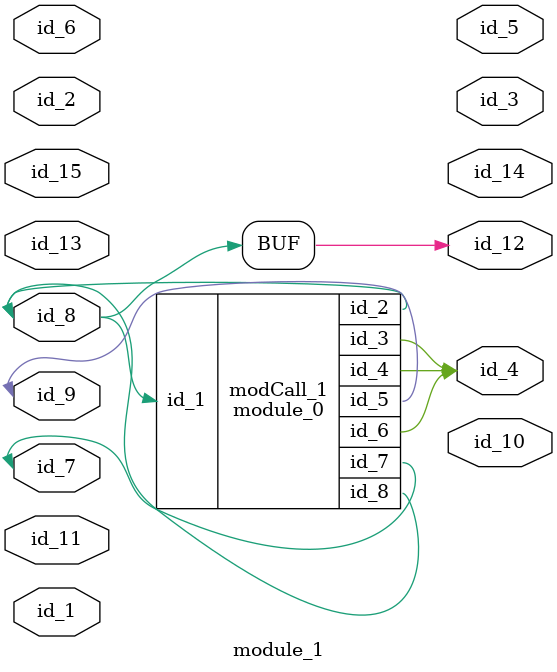
<source format=v>
module module_0 (
    id_1,
    id_2,
    id_3,
    id_4,
    id_5,
    id_6,
    id_7,
    id_8
);
  inout wire id_8;
  inout wire id_7;
  output wire id_6;
  output wire id_5;
  output wire id_4;
  output wire id_3;
  output wire id_2;
  input wire id_1;
  wire id_9;
endmodule
module module_1 (
    id_1,
    id_2,
    id_3,
    id_4,
    id_5,
    id_6,
    id_7,
    id_8,
    id_9,
    id_10,
    id_11,
    id_12,
    id_13,
    id_14,
    id_15
);
  inout wire id_15;
  output wire id_14;
  input wire id_13;
  output wire id_12;
  inout wire id_11;
  output wire id_10;
  inout wire id_9;
  inout wire id_8;
  inout wire id_7;
  input wire id_6;
  output wire id_5;
  output wire id_4;
  output wire id_3;
  input wire id_2;
  input wire id_1;
  assign id_12 = id_8;
  module_0 modCall_1 (
      id_8,
      id_12,
      id_4,
      id_4,
      id_9,
      id_4,
      id_7,
      id_8
  );
endmodule

</source>
